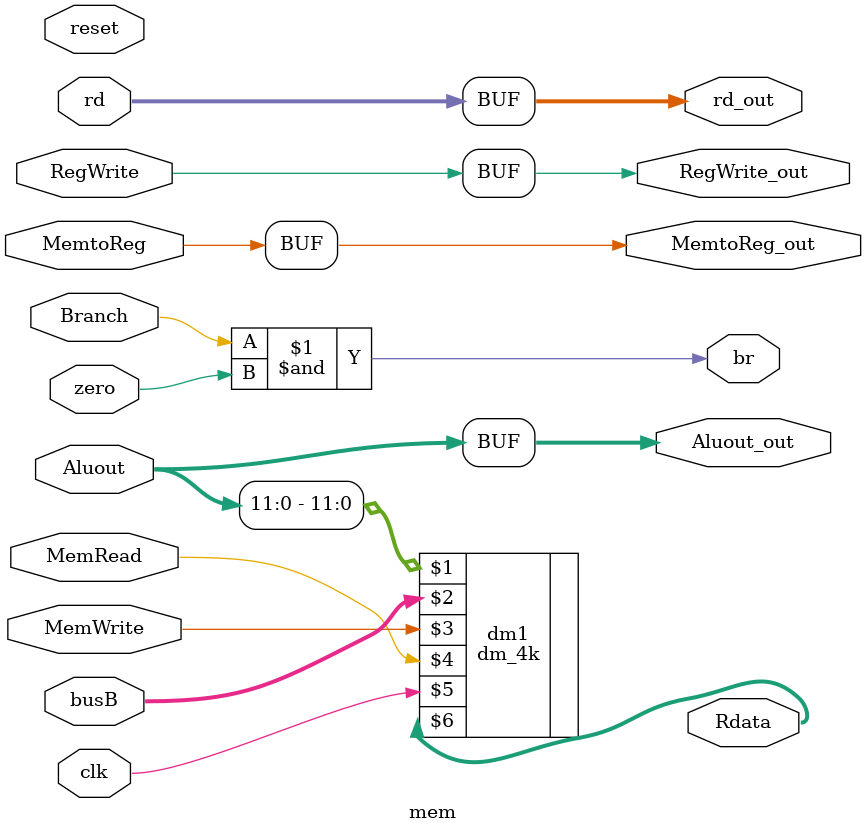
<source format=v>
`timescale 1ns / 1ps


module mem(
    input clk,reset,
    input Branch,
    MemtoReg,
    MemWrite,
    MemRead,
    RegWrite,
    input [31:0]Aluout,busB,
    input zero,
    input [4:0]rd,
    output br,
    MemtoReg_out,
    RegWrite_out,
    output [31:0]Rdata,Aluout_out,
    output [4:0]rd_out
    );
    assign MemtoReg_out=MemtoReg;
    assign RegWrite_out=RegWrite;
    assign Aluout_out=Aluout;
    assign br=Branch&zero;
    assign rd_out=rd;
    dm_4k dm1(Aluout[11:0],busB,MemWrite,MemRead,clk,Rdata);
endmodule

</source>
